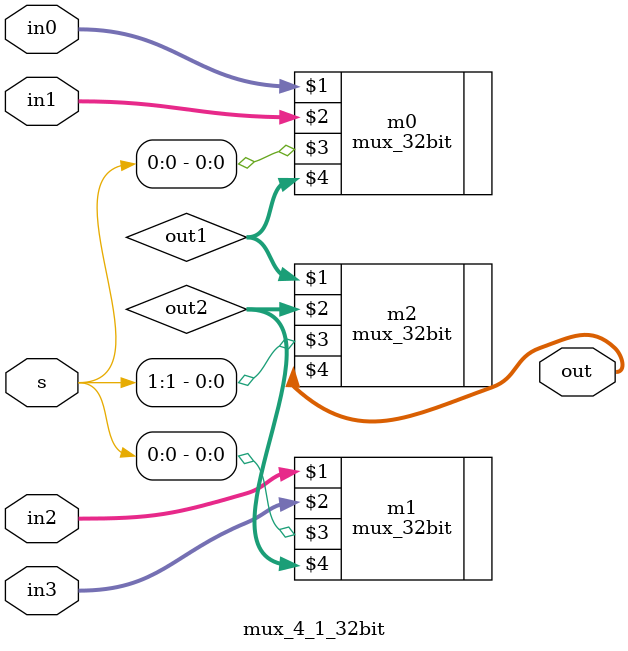
<source format=v>
module mux_4_1_32bit(in0, in1, in2, in3, s, out);

    input  [31:0] in0, in1, in2, in3;
    input  [1:0]  s;
    output [31:0] out;
    wire   [31:0] out1, out2;

    mux_32bit m0(in0, in1, s[0], out1);
    mux_32bit m1(in2, in3, s[0], out2);
    mux_32bit m2(out1, out2, s[1], out);

endmodule

</source>
